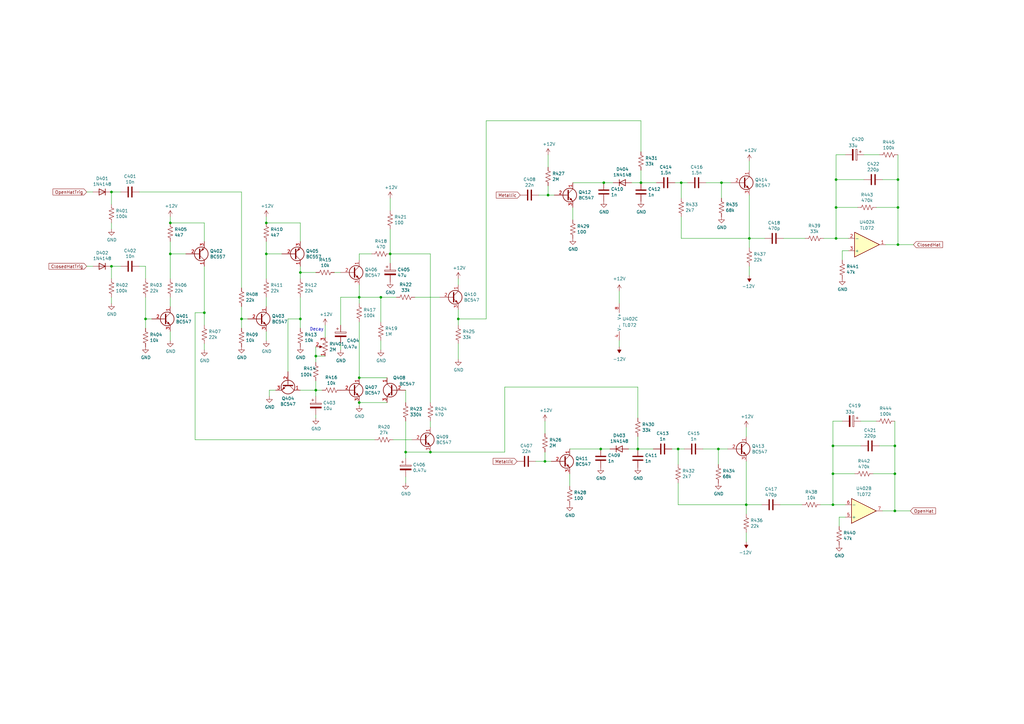
<source format=kicad_sch>
(kicad_sch (version 20230121) (generator eeschema)
  (paper "A3")
  (lib_symbols
    (symbol "Amplifier_Operational:TL072" (pin_names (offset 0.127))
      (property "Reference" "U" (at 0 5.08 0))
      (property "Value" "TL072" (at 0 -5.08 0))
      (symbol "TL072_1_1"
        (polyline (pts (xy -5.08 5.08) (xy 5.08 0) (xy -5.08 -5.08) (xy -5.08 5.08)) (stroke (width 0.254)) (fill (type background)))
        (pin output line (at 7.62 0 180) (length 2.54) (name "~") (number "1"))
        (pin input line (at -7.62 -2.54 0) (length 2.54) (name "-") (number "2"))
        (pin input line (at -7.62 2.54 0) (length 2.54) (name "+") (number "3"))
      )
      (symbol "TL072_2_1"
        (polyline (pts (xy -5.08 5.08) (xy 5.08 0) (xy -5.08 -5.08) (xy -5.08 5.08)) (stroke (width 0.254)) (fill (type background)))
        (pin input line (at -7.62 2.54 0) (length 2.54) (name "+") (number "5"))
        (pin input line (at -7.62 -2.54 0) (length 2.54) (name "-") (number "6"))
        (pin output line (at 7.62 0 180) (length 2.54) (name "~") (number "7"))
      )
      (symbol "TL072_3_1"
        (pin power_in line (at -2.54 -7.62 90) (length 3.81) (name "V-") (number "4"))
        (pin power_in line (at -2.54 7.62 270) (length 3.81) (name "V+") (number "8"))
      )
    )
    (symbol "Device:C" (pin_numbers hide) (pin_names (offset 0.254))
      (property "Reference" "C" (at 0.635 2.54 0))
      (property "Value" "C" (at 0.635 -2.54 0))
      (symbol "C_0_1"
        (polyline (pts (xy -2.032 -0.762) (xy 2.032 -0.762)) (stroke (width 0.508)))
        (polyline (pts (xy -2.032 0.762) (xy 2.032 0.762)) (stroke (width 0.508)))
      )
      (symbol "C_1_1"
        (pin passive line (at 0 3.81 270) (length 2.794) (name "~") (number "1"))
        (pin passive line (at 0 -3.81 90) (length 2.794) (name "~") (number "2"))
      )
    )
    (symbol "Device:R_US" (pin_numbers hide) (pin_names (offset 0))
      (property "Reference" "R" (at 2.54 0 90))
      (property "Value" "R_US" (at -2.54 0 90))
      (symbol "R_US_0_1"
        (polyline (pts (xy 0 -2.286) (xy 0 -2.54)))
        (polyline (pts (xy 0 2.286) (xy 0 2.54)))
        (polyline (pts (xy 0 -0.762) (xy 1.016 -1.143) (xy 0 -1.524) (xy -1.016 -1.905) (xy 0 -2.286)))
        (polyline (pts (xy 0 0.762) (xy 1.016 0.381) (xy 0 0) (xy -1.016 -0.381) (xy 0 -0.762)))
        (polyline (pts (xy 0 2.286) (xy 1.016 1.905) (xy 0 1.524) (xy -1.016 1.143) (xy 0 0.762)))
      )
      (symbol "R_US_1_1"
        (pin passive line (at 0 3.81 270) (length 1.27) (name "~") (number "1"))
        (pin passive line (at 0 -3.81 90) (length 1.27) (name "~") (number "2"))
      )
    )
    (symbol "Diode:1N4148" (pin_numbers hide) (pin_names hide)
      (property "Reference" "D" (at 0 2.54 0))
      (property "Value" "1N4148" (at 0 -2.54 0))
      (symbol "1N4148_0_1"
        (polyline (pts (xy -1.27 1.27) (xy -1.27 -1.27)) (stroke (width 0.254)))
        (polyline (pts (xy 1.27 0) (xy -1.27 0)))
        (polyline (pts (xy 1.27 1.27) (xy 1.27 -1.27) (xy -1.27 0) (xy 1.27 1.27)) (stroke (width 0.254)))
      )
      (symbol "1N4148_1_1"
        (pin passive line (at -3.81 0 0) (length 2.54) (name "K") (number "1"))
        (pin passive line (at 3.81 0 180) (length 2.54) (name "A") (number "2"))
      )
    )
    (symbol "ESP808-rescue:CP-Device" (pin_numbers hide) (pin_names (offset 0.254))
      (property "Reference" "C" (at 0.635 2.54 0))
      (property "Value" "Device_CP" (at 0.635 -2.54 0))
      (symbol "CP-Device_0_1"
        (rectangle (start -2.286 0.508) (end 2.286 1.016))
        (polyline (pts (xy -1.778 2.286) (xy -0.762 2.286)))
        (polyline (pts (xy -1.27 2.794) (xy -1.27 1.778)))
        (rectangle (start 2.286 -0.508) (end -2.286 -1.016) (fill (type outline)))
      )
      (symbol "CP-Device_1_1"
        (pin passive line (at 0 3.81 270) (length 2.794) (name "~") (number "1"))
        (pin passive line (at 0 -3.81 90) (length 2.794) (name "~") (number "2"))
      )
    )
    (symbol "ESP808-rescue:R_POT_US-Device" (pin_names (offset 1.016) hide)
      (property "Reference" "RV" (at -4.445 0 90))
      (property "Value" "Device_R_POT_US" (at -2.54 0 90))
      (symbol "R_POT_US-Device_0_1"
        (polyline (pts (xy 0 -2.286) (xy 0 -2.54)))
        (polyline (pts (xy 0 2.54) (xy 0 2.286)))
        (polyline (pts (xy 2.54 0) (xy 1.524 0)))
        (polyline (pts (xy 1.143 0) (xy 2.286 0.508) (xy 2.286 -0.508) (xy 1.143 0)) (fill (type outline)))
        (polyline (pts (xy 0 -0.762) (xy 1.016 -1.143) (xy 0 -1.524) (xy -1.016 -1.905) (xy 0 -2.286)))
        (polyline (pts (xy 0 0.762) (xy 1.016 0.381) (xy 0 0) (xy -1.016 -0.381) (xy 0 -0.762)))
        (polyline (pts (xy 0 2.286) (xy 1.016 1.905) (xy 0 1.524) (xy -1.016 1.143) (xy 0 0.762)))
      )
      (symbol "R_POT_US-Device_1_1"
        (pin passive line (at 0 3.81 270) (length 1.27) (name "1") (number "1"))
        (pin passive line (at 3.81 0 180) (length 1.27) (name "2") (number "2"))
        (pin passive line (at 0 -3.81 90) (length 1.27) (name "3") (number "3"))
      )
    )
    (symbol "PCM_4ms_Power-symbol:+12V" (power) (pin_names (offset 0))
      (property "Value" "+12V" (at 0 3.556 0))
      (symbol "+12V_0_1"
        (polyline (pts (xy -0.762 1.27) (xy 0 2.54)))
        (polyline (pts (xy 0 0) (xy 0 2.54)))
        (polyline (pts (xy 0 2.54) (xy 0.762 1.27)))
      )
      (symbol "+12V_1_1"
        (pin power_in line (at 0 0 90) (length 0) hide (name "+12V") (number "1"))
      )
    )
    (symbol "Transistor_BJT:BC547" (pin_names (offset 0) hide)
      (property "Reference" "Q" (at 5.08 1.905 0))
      (property "Value" "BC547" (at 5.08 0 0))
      (symbol "BC547_0_1"
        (polyline (pts (xy 0 0) (xy 0.635 0)))
        (polyline (pts (xy 0.635 0.635) (xy 2.54 2.54)))
        (polyline (pts (xy 0.635 -0.635) (xy 2.54 -2.54) (xy 2.54 -2.54)))
        (polyline (pts (xy 0.635 1.905) (xy 0.635 -1.905) (xy 0.635 -1.905)) (stroke (width 0.508)))
        (polyline (pts (xy 1.27 -1.778) (xy 1.778 -1.27) (xy 2.286 -2.286) (xy 1.27 -1.778) (xy 1.27 -1.778)) (fill (type outline)))
        (circle (center 1.27 0) (radius 2.8194) (stroke (width 0.254)))
      )
      (symbol "BC547_1_1"
        (pin passive line (at 2.54 5.08 270) (length 2.54) (name "C") (number "1"))
        (pin input line (at -5.08 0 0) (length 5.08) (name "B") (number "2"))
        (pin passive line (at 2.54 -5.08 90) (length 2.54) (name "E") (number "3"))
      )
    )
    (symbol "Transistor_BJT:BC557" (pin_names (offset 0) hide)
      (property "Reference" "Q" (at 5.08 1.905 0))
      (property "Value" "BC557" (at 5.08 0 0))
      (symbol "BC557_0_1"
        (polyline (pts (xy 0.635 0.635) (xy 2.54 2.54)))
        (polyline (pts (xy 0.635 -0.635) (xy 2.54 -2.54) (xy 2.54 -2.54)))
        (polyline (pts (xy 0.635 1.905) (xy 0.635 -1.905) (xy 0.635 -1.905)) (stroke (width 0.508)))
        (polyline (pts (xy 2.286 -1.778) (xy 1.778 -2.286) (xy 1.27 -1.27) (xy 2.286 -1.778) (xy 2.286 -1.778)) (fill (type outline)))
        (circle (center 1.27 0) (radius 2.8194) (stroke (width 0.254)))
      )
      (symbol "BC557_1_1"
        (pin passive line (at 2.54 5.08 270) (length 2.54) (name "C") (number "1"))
        (pin input line (at -5.08 0 0) (length 5.715) (name "B") (number "2"))
        (pin passive line (at 2.54 -5.08 90) (length 2.54) (name "E") (number "3"))
      )
    )
    (symbol "power:+12V" (power) (pin_names (offset 0))
      (property "Value" "+12V" (at 0 3.556 0))
      (symbol "+12V_0_1"
        (polyline (pts (xy -0.762 1.27) (xy 0 2.54)))
        (polyline (pts (xy 0 0) (xy 0 2.54)))
        (polyline (pts (xy 0 2.54) (xy 0.762 1.27)))
      )
      (symbol "+12V_1_1"
        (pin power_in line (at 0 0 90) (length 0) hide (name "+12V") (number "1"))
      )
    )
    (symbol "power:-12V" (power) (pin_names (offset 0))
      (property "Value" "-12V" (at 0 3.81 0))
      (symbol "-12V_0_0"
        (pin power_in line (at 0 0 90) (length 0) hide (name "-12V") (number "1"))
      )
      (symbol "-12V_0_1"
        (polyline (pts (xy 0 0) (xy 0 1.27) (xy 0.762 1.27) (xy 0 2.54) (xy -0.762 1.27) (xy 0 1.27)) (fill (type outline)))
      )
    )
    (symbol "power:GND" (power) (pin_names (offset 0))
      (property "Value" "GND" (at 0 -3.81 0))
      (symbol "GND_0_1"
        (polyline (pts (xy 0 0) (xy 0 -1.27) (xy 1.27 -1.27) (xy 0 -2.54) (xy -1.27 -1.27) (xy 0 -1.27)))
      )
      (symbol "GND_1_1"
        (pin power_in line (at 0 0 270) (length 0) hide (name "GND") (number "1"))
      )
    )
  )
  (junction (at 261.62 184.15))
  (junction (at 59.69 130.81))
  (junction (at 147.32 121.92))
  (junction (at 367.03 194.31))
  (junction (at 123.19 130.81))
  (junction (at 176.53 185.42))
  (junction (at 295.91 74.93))
  (junction (at 129.54 160.02))
  (junction (at 223.52 189.23))
  (junction (at 160.02 104.14))
  (junction (at 294.64 184.15))
  (junction (at 109.22 104.14))
  (junction (at 224.79 80.01))
  (junction (at 306.07 207.01))
  (junction (at 247.65 74.93))
  (junction (at 166.37 185.42))
  (junction (at 83.82 128.27))
  (junction (at 341.63 182.88))
  (junction (at 187.96 130.81))
  (junction (at 45.72 78.74))
  (junction (at 123.19 111.76))
  (junction (at 279.4 74.93))
  (junction (at 368.3 100.33))
  (junction (at 367.03 182.88))
  (junction (at 246.38 184.15))
  (junction (at 147.32 154.94))
  (junction (at 99.06 130.81))
  (junction (at 156.21 121.92))
  (junction (at 368.3 85.09))
  (junction (at 341.63 207.01))
  (junction (at 368.3 73.66))
  (junction (at 69.85 91.44))
  (junction (at 278.13 184.15))
  (junction (at 109.22 91.44))
  (junction (at 367.03 209.55))
  (junction (at 129.54 146.05))
  (junction (at 307.34 97.79))
  (junction (at 147.32 165.1))
  (junction (at 45.72 109.22))
  (junction (at 342.9 73.66))
  (junction (at 341.63 194.31))
  (junction (at 342.9 85.09))
  (junction (at 69.85 104.14))
  (junction (at 342.9 97.79))
  (junction (at 262.89 74.93))
  (wire (pts (xy 367.03 182.88) (xy 367.03 172.72)))
  (wire (pts (xy 45.72 109.22) (xy 49.53 109.22)))
  (wire (pts (xy 45.72 93.98) (xy 45.72 91.44)))
  (wire (pts (xy 187.96 130.81) (xy 199.39 130.81)))
  (wire (pts (xy 234.95 90.17) (xy 234.95 85.09)))
  (wire (pts (xy 261.62 158.75) (xy 261.62 171.45)))
  (wire (pts (xy 361.95 209.55) (xy 367.03 209.55)))
  (wire (pts (xy 367.03 194.31) (xy 367.03 182.88)))
  (wire (pts (xy 109.22 104.14) (xy 109.22 114.3)))
  (wire (pts (xy 129.54 148.59) (xy 129.54 146.05)))
  (wire (pts (xy 307.34 66.04) (xy 307.34 69.85)))
  (wire (pts (xy 262.89 69.85) (xy 262.89 74.93)))
  (wire (pts (xy 139.7 121.92) (xy 139.7 133.35)))
  (wire (pts (xy 307.34 109.22) (xy 307.34 113.03)))
  (wire (pts (xy 161.29 180.34) (xy 168.91 180.34)))
  (wire (pts (xy 351.79 85.09) (xy 342.9 85.09)))
  (wire (pts (xy 276.86 74.93) (xy 279.4 74.93)))
  (wire (pts (xy 220.98 80.01) (xy 224.79 80.01)))
  (wire (pts (xy 262.89 74.93) (xy 269.24 74.93)))
  (wire (pts (xy 278.13 190.5) (xy 278.13 184.15)))
  (wire (pts (xy 341.63 172.72) (xy 341.63 182.88)))
  (wire (pts (xy 278.13 198.12) (xy 278.13 207.01)))
  (wire (pts (xy 321.31 97.79) (xy 330.2 97.79)))
  (wire (pts (xy 109.22 139.7) (xy 109.22 135.89)))
  (wire (pts (xy 367.03 209.55) (xy 367.03 194.31)))
  (wire (pts (xy 298.45 184.15) (xy 294.64 184.15)))
  (wire (pts (xy 147.32 166.37) (xy 147.32 165.1)))
  (wire (pts (xy 306.07 218.44) (xy 306.07 222.25)))
  (wire (pts (xy 342.9 73.66) (xy 342.9 85.09)))
  (wire (pts (xy 115.57 104.14) (xy 109.22 104.14)))
  (wire (pts (xy 368.3 85.09) (xy 368.3 73.66)))
  (wire (pts (xy 123.19 121.92) (xy 123.19 130.81)))
  (wire (pts (xy 223.52 189.23) (xy 226.06 189.23)))
  (wire (pts (xy 247.65 74.93) (xy 251.46 74.93)))
  (wire (pts (xy 99.06 78.74) (xy 99.06 118.11)))
  (wire (pts (xy 295.91 74.93) (xy 289.56 74.93)))
  (wire (pts (xy 207.01 185.42) (xy 207.01 158.75)))
  (wire (pts (xy 363.22 100.33) (xy 368.3 100.33)))
  (wire (pts (xy 176.53 175.26) (xy 176.53 172.72)))
  (wire (pts (xy 341.63 194.31) (xy 341.63 207.01)))
  (wire (pts (xy 344.17 215.9) (xy 344.17 212.09)))
  (wire (pts (xy 57.15 78.74) (xy 99.06 78.74)))
  (wire (pts (xy 354.33 63.5) (xy 360.68 63.5)))
  (wire (pts (xy 207.01 158.75) (xy 261.62 158.75)))
  (wire (pts (xy 306.07 210.82) (xy 306.07 207.01)))
  (wire (pts (xy 259.08 74.93) (xy 262.89 74.93)))
  (wire (pts (xy 261.62 179.07) (xy 261.62 184.15)))
  (wire (pts (xy 307.34 101.6) (xy 307.34 97.79)))
  (wire (pts (xy 69.85 99.06) (xy 69.85 104.14)))
  (wire (pts (xy 158.75 165.1) (xy 147.32 165.1)))
  (wire (pts (xy 257.81 184.15) (xy 261.62 184.15)))
  (wire (pts (xy 306.07 175.26) (xy 306.07 179.07)))
  (wire (pts (xy 246.38 184.15) (xy 233.68 184.15)))
  (wire (pts (xy 313.69 97.79) (xy 307.34 97.79)))
  (wire (pts (xy 176.53 185.42) (xy 207.01 185.42)))
  (wire (pts (xy 170.18 121.92) (xy 180.34 121.92)))
  (wire (pts (xy 223.52 172.72) (xy 223.52 177.8)))
  (wire (pts (xy 312.42 207.01) (xy 306.07 207.01)))
  (wire (pts (xy 345.44 106.68) (xy 345.44 102.87)))
  (wire (pts (xy 69.85 121.92) (xy 69.85 125.73)))
  (wire (pts (xy 83.82 143.51) (xy 83.82 140.97)))
  (wire (pts (xy 368.3 73.66) (xy 368.3 63.5)))
  (wire (pts (xy 247.65 74.93) (xy 234.95 74.93)))
  (wire (pts (xy 123.19 91.44) (xy 123.19 99.06)))
  (wire (pts (xy 337.82 97.79) (xy 342.9 97.79)))
  (wire (pts (xy 123.19 130.81) (xy 123.19 134.62)))
  (wire (pts (xy 69.85 139.7) (xy 69.85 135.89)))
  (wire (pts (xy 224.79 76.2) (xy 224.79 80.01)))
  (wire (pts (xy 139.7 143.51) (xy 139.7 140.97)))
  (wire (pts (xy 278.13 184.15) (xy 280.67 184.15)))
  (wire (pts (xy 254 139.7) (xy 254 142.24)))
  (wire (pts (xy 320.04 207.01) (xy 328.93 207.01)))
  (wire (pts (xy 129.54 156.21) (xy 129.54 160.02)))
  (wire (pts (xy 69.85 91.44) (xy 83.82 91.44)))
  (wire (pts (xy 137.16 111.76) (xy 139.7 111.76)))
  (wire (pts (xy 306.07 207.01) (xy 306.07 189.23)))
  (wire (pts (xy 342.9 85.09) (xy 342.9 97.79)))
  (wire (pts (xy 129.54 171.45) (xy 129.54 170.18)))
  (wire (pts (xy 129.54 160.02) (xy 132.08 160.02)))
  (wire (pts (xy 275.59 184.15) (xy 278.13 184.15)))
  (wire (pts (xy 110.49 162.56) (xy 110.49 160.02)))
  (wire (pts (xy 83.82 91.44) (xy 83.82 99.06)))
  (wire (pts (xy 299.72 74.93) (xy 295.91 74.93)))
  (wire (pts (xy 279.4 74.93) (xy 281.94 74.93)))
  (wire (pts (xy 110.49 160.02) (xy 113.03 160.02)))
  (wire (pts (xy 147.32 104.14) (xy 147.32 106.68)))
  (wire (pts (xy 45.72 124.46) (xy 45.72 121.92)))
  (wire (pts (xy 83.82 133.35) (xy 83.82 128.27)))
  (wire (pts (xy 261.62 184.15) (xy 267.97 184.15)))
  (wire (pts (xy 59.69 130.81) (xy 59.69 121.92)))
  (wire (pts (xy 295.91 81.28) (xy 295.91 74.93)))
  (wire (pts (xy 350.52 194.31) (xy 341.63 194.31)))
  (wire (pts (xy 345.44 102.87) (xy 347.98 102.87)))
  (wire (pts (xy 187.96 127) (xy 187.96 130.81)))
  (wire (pts (xy 69.85 104.14) (xy 69.85 114.3)))
  (wire (pts (xy 307.34 97.79) (xy 307.34 80.01)))
  (wire (pts (xy 83.82 128.27) (xy 83.82 109.22)))
  (wire (pts (xy 262.89 49.53) (xy 262.89 62.23)))
  (wire (pts (xy 166.37 160.02) (xy 166.37 165.1)))
  (wire (pts (xy 368.3 100.33) (xy 368.3 85.09)))
  (wire (pts (xy 374.65 100.33) (xy 368.3 100.33)))
  (wire (pts (xy 80.01 128.27) (xy 83.82 128.27)))
  (wire (pts (xy 341.63 207.01) (xy 346.71 207.01)))
  (wire (pts (xy 153.67 180.34) (xy 80.01 180.34)))
  (wire (pts (xy 346.71 63.5) (xy 342.9 63.5)))
  (wire (pts (xy 156.21 143.51) (xy 156.21 139.7)))
  (wire (pts (xy 361.95 73.66) (xy 368.3 73.66)))
  (wire (pts (xy 123.19 111.76) (xy 123.19 114.3)))
  (wire (pts (xy 224.79 80.01) (xy 227.33 80.01)))
  (wire (pts (xy 123.19 160.02) (xy 129.54 160.02)))
  (wire (pts (xy 147.32 121.92) (xy 147.32 116.84)))
  (wire (pts (xy 166.37 198.12) (xy 166.37 195.58)))
  (wire (pts (xy 354.33 73.66) (xy 342.9 73.66)))
  (wire (pts (xy 279.4 97.79) (xy 307.34 97.79)))
  (wire (pts (xy 246.38 184.15) (xy 250.19 184.15)))
  (wire (pts (xy 344.17 212.09) (xy 346.71 212.09)))
  (wire (pts (xy 254 119.38) (xy 254 124.46)))
  (wire (pts (xy 223.52 185.42) (xy 223.52 189.23)))
  (wire (pts (xy 99.06 130.81) (xy 99.06 125.73)))
  (wire (pts (xy 123.19 109.22) (xy 123.19 111.76)))
  (wire (pts (xy 199.39 49.53) (xy 262.89 49.53)))
  (wire (pts (xy 360.68 182.88) (xy 367.03 182.88)))
  (wire (pts (xy 59.69 134.62) (xy 59.69 130.81)))
  (wire (pts (xy 45.72 114.3) (xy 45.72 109.22)))
  (wire (pts (xy 336.55 207.01) (xy 341.63 207.01)))
  (wire (pts (xy 342.9 97.79) (xy 347.98 97.79)))
  (wire (pts (xy 129.54 142.24) (xy 129.54 146.05)))
  (wire (pts (xy 233.68 199.39) (xy 233.68 194.31)))
  (wire (pts (xy 187.96 147.32) (xy 187.96 140.97)))
  (wire (pts (xy 147.32 154.94) (xy 147.32 132.08)))
  (wire (pts (xy 279.4 88.9) (xy 279.4 97.79)))
  (wire (pts (xy 129.54 162.56) (xy 129.54 160.02)))
  (wire (pts (xy 147.32 154.94) (xy 158.75 154.94)))
  (wire (pts (xy 152.4 104.14) (xy 147.32 104.14)))
  (wire (pts (xy 162.56 121.92) (xy 156.21 121.92)))
  (wire (pts (xy 160.02 104.14) (xy 176.53 104.14)))
  (wire (pts (xy 160.02 104.14) (xy 160.02 93.98)))
  (wire (pts (xy 38.1 78.74) (xy 35.56 78.74)))
  (wire (pts (xy 353.06 172.72) (xy 359.41 172.72)))
  (wire (pts (xy 147.32 124.46) (xy 147.32 121.92)))
  (wire (pts (xy 156.21 121.92) (xy 156.21 132.08)))
  (wire (pts (xy 219.71 189.23) (xy 223.52 189.23)))
  (wire (pts (xy 109.22 88.9) (xy 109.22 91.44)))
  (wire (pts (xy 224.79 63.5) (xy 224.79 68.58)))
  (wire (pts (xy 187.96 114.3) (xy 187.96 116.84)))
  (wire (pts (xy 76.2 104.14) (xy 69.85 104.14)))
  (wire (pts (xy 358.14 194.31) (xy 367.03 194.31)))
  (wire (pts (xy 62.23 130.81) (xy 59.69 130.81)))
  (wire (pts (xy 69.85 88.9) (xy 69.85 91.44)))
  (wire (pts (xy 101.6 130.81) (xy 99.06 130.81)))
  (wire (pts (xy 353.06 182.88) (xy 341.63 182.88)))
  (wire (pts (xy 80.01 180.34) (xy 80.01 128.27)))
  (wire (pts (xy 359.41 85.09) (xy 368.3 85.09)))
  (wire (pts (xy 147.32 121.92) (xy 156.21 121.92)))
  (wire (pts (xy 341.63 182.88) (xy 341.63 194.31)))
  (wire (pts (xy 45.72 83.82) (xy 45.72 78.74)))
  (wire (pts (xy 133.35 146.05) (xy 129.54 146.05)))
  (wire (pts (xy 109.22 91.44) (xy 123.19 91.44)))
  (wire (pts (xy 57.15 109.22) (xy 59.69 109.22)))
  (wire (pts (xy 166.37 172.72) (xy 166.37 185.42)))
  (wire (pts (xy 342.9 63.5) (xy 342.9 73.66)))
  (wire (pts (xy 160.02 81.28) (xy 160.02 86.36)))
  (wire (pts (xy 294.64 190.5) (xy 294.64 184.15)))
  (wire (pts (xy 118.11 130.81) (xy 123.19 130.81)))
  (wire (pts (xy 199.39 49.53) (xy 199.39 130.81)))
  (wire (pts (xy 278.13 207.01) (xy 306.07 207.01)))
  (wire (pts (xy 45.72 78.74) (xy 49.53 78.74)))
  (wire (pts (xy 373.38 209.55) (xy 367.03 209.55)))
  (wire (pts (xy 109.22 121.92) (xy 109.22 125.73)))
  (wire (pts (xy 99.06 134.62) (xy 99.06 130.81)))
  (wire (pts (xy 294.64 184.15) (xy 288.29 184.15)))
  (wire (pts (xy 166.37 187.96) (xy 166.37 185.42)))
  (wire (pts (xy 187.96 130.81) (xy 187.96 133.35)))
  (wire (pts (xy 139.7 121.92) (xy 147.32 121.92)))
  (wire (pts (xy 133.35 133.35) (xy 133.35 138.43)))
  (wire (pts (xy 59.69 109.22) (xy 59.69 114.3)))
  (wire (pts (xy 160.02 107.95) (xy 160.02 104.14)))
  (wire (pts (xy 118.11 152.4) (xy 118.11 130.81)))
  (wire (pts (xy 176.53 165.1) (xy 176.53 104.14)))
  (wire (pts (xy 38.1 109.22) (xy 35.56 109.22)))
  (wire (pts (xy 109.22 99.06) (xy 109.22 104.14)))
  (wire (pts (xy 129.54 111.76) (xy 123.19 111.76)))
  (wire (pts (xy 166.37 185.42) (xy 176.53 185.42)))
  (wire (pts (xy 345.44 172.72) (xy 341.63 172.72)))
  (wire (pts (xy 279.4 81.28) (xy 279.4 74.93)))
  (text "Decay" (at 127 135.89 0) (effects (font (size 1.27 1.27)) (justify left bottom)))
  (global_label "OpenHat" (shape input) (at 373.38 209.55 0) (property "Intersheetrefs" "${INTERSHEET_REFS}" (effects hide)))
  (global_label "OpenHatTrig" (shape input) (at 35.56 78.74 180) (property "Intersheetrefs" "${INTERSHEET_REFS}" (effects hide)))
  (global_label "Metallic" (shape input) (at 213.36 80.01 180) (property "Intersheetrefs" "${INTERSHEET_REFS}" (effects hide)))
  (global_label "Metallic" (shape input) (at 212.09 189.23 180) (property "Intersheetrefs" "${INTERSHEET_REFS}" (effects hide)))
  (global_label "ClosedHat" (shape input) (at 374.65 100.33 0) (property "Intersheetrefs" "${INTERSHEET_REFS}" (effects hide)))
  (global_label "ClosedHatTrig" (shape input) (at 35.56 109.22 180) (property "Intersheetrefs" "${INTERSHEET_REFS}" (effects hide)))
  (symbol (lib_id "Transistor_BJT:BC547") (at 232.41 80.01 0) (unit 1)
    (property "Reference" "Q412" (at 237.2614 78.8416 0) (effects (justify left)))
    (property "Value" "BC547" (at 237.2614 81.153 0) (effects (justify left)))
    (property "Footprint" "Package_TO_SOT_THT:TO-92L_HandSolder" (effects hide))
    (property "Datasheet" "https://www.onsemi.com/pub/Collateral/BC550-D.pdf" (effects hide))
  )
  (symbol (lib_id "Device:C") (at 217.17 80.01 270) (unit 1)
    (property "Reference" "C408" (at 217.17 73.6092 90))
    (property "Value" "22n" (at 217.17 75.9206 90))
    (property "Footprint" "Capacitor_THT:C_Disc_D4.7mm_W2.5mm_P5.00mm" (effects hide))
  )
  (symbol (lib_id "Device:C") (at 247.65 78.74 180) (unit 1)
    (property "Reference" "C410" (at 250.571 77.5716 0) (effects (justify right)))
    (property "Value" "1n" (at 250.571 79.883 0) (effects (justify right)))
    (property "Footprint" "Capacitor_THT:C_Disc_D4.7mm_W2.5mm_P5.00mm" (effects hide))
  )
  (symbol (lib_id "Device:C") (at 262.89 78.74 180) (unit 1)
    (property "Reference" "C412" (at 265.811 77.5716 0) (effects (justify right)))
    (property "Value" "1n" (at 265.811 79.883 0) (effects (justify right)))
    (property "Footprint" "Capacitor_THT:C_Disc_D4.7mm_W2.5mm_P5.00mm" (effects hide))
  )
  (symbol (lib_id "Device:C") (at 273.05 74.93 90) (unit 1)
    (property "Reference" "C414" (at 273.05 68.5292 90))
    (property "Value" "1.5n" (at 273.05 70.8406 90))
    (property "Footprint" "Capacitor_THT:C_Disc_D4.7mm_W2.5mm_P5.00mm" (effects hide))
  )
  (symbol (lib_id "Device:C") (at 285.75 74.93 90) (unit 1)
    (property "Reference" "C416" (at 285.75 68.5292 90))
    (property "Value" "1.5n" (at 285.75 70.8406 90))
    (property "Footprint" "Capacitor_THT:C_Disc_D4.7mm_W2.5mm_P5.00mm" (effects hide))
  )
  (symbol (lib_id "Diode:1N4148") (at 255.27 74.93 0) (unit 1)
    (property "Reference" "D404" (at 255.27 69.4182 0))
    (property "Value" "1N4148" (at 255.27 71.7296 0))
    (property "Footprint" "Diode_THT:D_DO-35_SOD27_P7.62mm_Horizontal" (effects hide))
    (property "Datasheet" "https://assets.nexperia.com/documents/data-sheet/1N4148_1N4448.pdf" (effects hide))
  )
  (symbol (lib_id "power:GND") (at 247.65 82.55 0) (unit 1)
    (property "Reference" "#PWR0107" (effects hide))
    (property "Value" "GND" (at 247.777 86.9442 0))
  )
  (symbol (lib_id "power:GND") (at 262.89 82.55 0) (unit 1)
    (property "Reference" "#PWR0101" (effects hide))
    (property "Value" "GND" (at 263.017 86.9442 0))
  )
  (symbol (lib_id "Device:R_US") (at 234.95 93.98 0) (unit 1)
    (property "Reference" "R429" (at 236.6772 92.8116 0) (effects (justify left)))
    (property "Value" "100" (at 236.6772 95.123 0) (effects (justify left)))
    (property "Footprint" "PCM_Resistor_THT_AKL:R_Axial_DIN0207_L6.3mm_D2.5mm_P7.62mm_Horizontal" (effects hide))
  )
  (symbol (lib_id "Device:R_US") (at 262.89 66.04 0) (unit 1)
    (property "Reference" "R431" (at 264.6172 64.8716 0) (effects (justify left)))
    (property "Value" "33k" (at 264.6172 67.183 0) (effects (justify left)))
    (property "Footprint" "PCM_Resistor_THT_AKL:R_Axial_DIN0207_L6.3mm_D2.5mm_P7.62mm_Horizontal" (effects hide))
  )
  (symbol (lib_id "Device:R_US") (at 279.4 85.09 0) (unit 1)
    (property "Reference" "R433" (at 281.1272 83.9216 0) (effects (justify left)))
    (property "Value" "2k7" (at 281.1272 86.233 0) (effects (justify left)))
    (property "Footprint" "PCM_Resistor_THT_AKL:R_Axial_DIN0207_L6.3mm_D2.5mm_P7.62mm_Horizontal" (effects hide))
  )
  (symbol (lib_id "Device:R_US") (at 295.91 85.09 0) (unit 1)
    (property "Reference" "R435" (at 297.6372 83.9216 0) (effects (justify left)))
    (property "Value" "68k" (at 297.6372 86.233 0) (effects (justify left)))
    (property "Footprint" "PCM_Resistor_THT_AKL:R_Axial_DIN0207_L6.3mm_D2.5mm_P7.62mm_Horizontal" (effects hide))
  )
  (symbol (lib_id "Transistor_BJT:BC547") (at 304.8 74.93 0) (unit 1)
    (property "Reference" "Q414" (at 309.6514 73.7616 0) (effects (justify left)))
    (property "Value" "BC547" (at 309.6514 76.073 0) (effects (justify left)))
    (property "Footprint" "Package_TO_SOT_THT:TO-92L_HandSolder" (effects hide))
    (property "Datasheet" "https://www.onsemi.com/pub/Collateral/BC550-D.pdf" (effects hide))
  )
  (symbol (lib_id "power:GND") (at 234.95 97.79 0) (unit 1)
    (property "Reference" "#PWR0106" (effects hide))
    (property "Value" "GND" (at 235.077 102.1842 0))
  )
  (symbol (lib_id "Device:R_US") (at 224.79 72.39 0) (unit 1)
    (property "Reference" "R427" (at 226.5172 71.2216 0) (effects (justify left)))
    (property "Value" "2M" (at 226.5172 73.533 0) (effects (justify left)))
    (property "Footprint" "PCM_Resistor_THT_AKL:R_Axial_DIN0207_L6.3mm_D2.5mm_P7.62mm_Horizontal" (effects hide))
  )
  (symbol (lib_id "power:+12V") (at 224.79 63.5 0) (unit 1)
    (property "Reference" "#PWR0104" (effects hide))
    (property "Value" "+12V" (at 225.171 59.1058 0))
  )
  (symbol (lib_id "power:GND") (at 295.91 88.9 0) (unit 1)
    (property "Reference" "#PWR0102" (effects hide))
    (property "Value" "GND" (at 296.037 93.2942 0))
  )
  (symbol (lib_id "Device:R_US") (at 307.34 105.41 0) (unit 1)
    (property "Reference" "R437" (at 309.0672 104.2416 0) (effects (justify left)))
    (property "Value" "22k" (at 309.0672 106.553 0) (effects (justify left)))
    (property "Footprint" "PCM_Resistor_THT_AKL:R_Axial_DIN0207_L6.3mm_D2.5mm_P7.62mm_Horizontal" (effects hide))
  )
  (symbol (lib_id "power:-12V") (at 307.34 113.03 180) (unit 1)
    (property "Reference" "#PWR0103" (effects hide))
    (property "Value" "-12V" (at 306.959 117.4242 0))
  )
  (symbol (lib_id "power:+12V") (at 307.34 66.04 0) (unit 1)
    (property "Reference" "#PWR0105" (effects hide))
    (property "Value" "+12V" (at 307.721 61.6458 0))
  )
  (symbol (lib_id "Device:C") (at 317.5 97.79 90) (unit 1)
    (property "Reference" "C418" (at 317.5 91.3892 90))
    (property "Value" "470p" (at 317.5 93.7006 90))
    (property "Footprint" "Capacitor_THT:C_Disc_D4.7mm_W2.5mm_P5.00mm" (effects hide))
  )
  (symbol (lib_id "Device:R_US") (at 334.01 97.79 270) (unit 1)
    (property "Reference" "R439" (at 334.01 92.583 90))
    (property "Value" "33k" (at 334.01 94.8944 90))
    (property "Footprint" "PCM_Resistor_THT_AKL:R_Axial_DIN0207_L6.3mm_D2.5mm_P7.62mm_Horizontal" (effects hide))
  )
  (symbol (lib_id "Device:R_US") (at 355.6 85.09 270) (unit 1)
    (property "Reference" "R443" (at 355.6 79.883 90))
    (property "Value" "470k" (at 355.6 82.1944 90))
    (property "Footprint" "PCM_Resistor_THT_AKL:R_Axial_DIN0207_L6.3mm_D2.5mm_P7.62mm_Horizontal" (effects hide))
  )
  (symbol (lib_id "Device:R_US") (at 364.49 63.5 270) (unit 1)
    (property "Reference" "R445" (at 364.49 58.293 90))
    (property "Value" "100k" (at 364.49 60.6044 90))
    (property "Footprint" "PCM_Resistor_THT_AKL:R_Axial_DIN0207_L6.3mm_D2.5mm_P7.62mm_Horizontal" (effects hide))
  )
  (symbol (lib_id "ESP808-rescue:CP-Device") (at 350.52 63.5 270) (unit 1)
    (property "Reference" "C420" (at 349.25 57.15 90) (effects (justify left)))
    (property "Value" "33u" (at 347.98 59.69 90) (effects (justify left)))
    (property "Footprint" "Capacitor_THT:CP_Radial_D6.3mm_P2.50mm" (effects hide))
  )
  (symbol (lib_id "Device:C") (at 358.14 73.66 90) (unit 1)
    (property "Reference" "C422" (at 358.14 67.2592 90))
    (property "Value" "220p" (at 358.14 69.5706 90))
    (property "Footprint" "Capacitor_THT:C_Disc_D4.7mm_W2.5mm_P5.00mm" (effects hide))
  )
  (symbol (lib_id "Device:R_US") (at 345.44 110.49 180) (unit 1)
    (property "Reference" "R441" (at 347.1672 109.3216 0) (effects (justify right)))
    (property "Value" "47k" (at 347.1672 111.633 0) (effects (justify right)))
    (property "Footprint" "PCM_Resistor_THT_AKL:R_Axial_DIN0207_L6.3mm_D2.5mm_P7.62mm_Horizontal" (effects hide))
  )
  (symbol (lib_id "power:GND") (at 345.44 114.3 0) (unit 1)
    (property "Reference" "#PWR0108" (effects hide))
    (property "Value" "GND" (at 345.567 118.6942 0))
  )
  (symbol (lib_id "Transistor_BJT:BC547") (at 231.14 189.23 0) (unit 1)
    (property "Reference" "Q411" (at 235.9914 188.0616 0) (effects (justify left)))
    (property "Value" "BC547" (at 235.9914 190.373 0) (effects (justify left)))
    (property "Footprint" "Package_TO_SOT_THT:TO-92L_HandSolder" (effects hide))
    (property "Datasheet" "https://www.onsemi.com/pub/Collateral/BC550-D.pdf" (effects hide))
  )
  (symbol (lib_id "Device:C") (at 215.9 189.23 270) (unit 1)
    (property "Reference" "C407" (at 215.9 182.8292 90))
    (property "Value" "22n" (at 215.9 185.1406 90))
    (property "Footprint" "Capacitor_THT:C_Disc_D4.7mm_W2.5mm_P5.00mm" (effects hide))
  )
  (symbol (lib_id "Device:C") (at 246.38 187.96 180) (unit 1)
    (property "Reference" "C409" (at 249.301 186.7916 0) (effects (justify right)))
    (property "Value" "1n" (at 249.301 189.103 0) (effects (justify right)))
    (property "Footprint" "Capacitor_THT:C_Disc_D4.7mm_W2.5mm_P5.00mm" (effects hide))
  )
  (symbol (lib_id "Device:C") (at 261.62 187.96 180) (unit 1)
    (property "Reference" "C411" (at 264.541 186.7916 0) (effects (justify right)))
    (property "Value" "1n" (at 264.541 189.103 0) (effects (justify right)))
    (property "Footprint" "Capacitor_THT:C_Disc_D4.7mm_W2.5mm_P5.00mm" (effects hide))
  )
  (symbol (lib_id "Device:C") (at 271.78 184.15 90) (unit 1)
    (property "Reference" "C413" (at 271.78 177.7492 90))
    (property "Value" "1n" (at 271.78 180.0606 90))
    (property "Footprint" "Capacitor_THT:C_Disc_D4.7mm_W2.5mm_P5.00mm" (effects hide))
  )
  (symbol (lib_id "Device:C") (at 284.48 184.15 90) (unit 1)
    (property "Reference" "C415" (at 284.48 177.7492 90))
    (property "Value" "1n" (at 284.48 180.0606 90))
    (property "Footprint" "Capacitor_THT:C_Disc_D4.7mm_W2.5mm_P5.00mm" (effects hide))
  )
  (symbol (lib_id "Diode:1N4148") (at 254 184.15 0) (unit 1)
    (property "Reference" "D403" (at 254 178.6382 0))
    (property "Value" "1N4148" (at 254 180.9496 0))
    (property "Footprint" "Diode_THT:D_DO-35_SOD27_P7.62mm_Horizontal" (effects hide))
    (property "Datasheet" "https://assets.nexperia.com/documents/data-sheet/1N4148_1N4448.pdf" (effects hide))
  )
  (symbol (lib_id "power:GND") (at 246.38 191.77 0) (unit 1)
    (property "Reference" "#PWR0110" (effects hide))
    (property "Value" "GND" (at 246.507 196.1642 0))
  )
  (symbol (lib_id "power:GND") (at 261.62 191.77 0) (unit 1)
    (property "Reference" "#PWR0112" (effects hide))
    (property "Value" "GND" (at 261.747 196.1642 0))
  )
  (symbol (lib_id "Device:R_US") (at 233.68 203.2 0) (unit 1)
    (property "Reference" "R428" (at 235.4072 202.0316 0) (effects (justify left)))
    (property "Value" "100" (at 235.4072 204.343 0) (effects (justify left)))
    (property "Footprint" "PCM_Resistor_THT_AKL:R_Axial_DIN0207_L6.3mm_D2.5mm_P7.62mm_Horizontal" (effects hide))
  )
  (symbol (lib_id "Device:R_US") (at 261.62 175.26 0) (unit 1)
    (property "Reference" "R430" (at 263.3472 174.0916 0) (effects (justify left)))
    (property "Value" "33k" (at 263.3472 176.403 0) (effects (justify left)))
    (property "Footprint" "PCM_Resistor_THT_AKL:R_Axial_DIN0207_L6.3mm_D2.5mm_P7.62mm_Horizontal" (effects hide))
  )
  (symbol (lib_id "Device:R_US") (at 278.13 194.31 0) (unit 1)
    (property "Reference" "R432" (at 279.8572 193.1416 0) (effects (justify left)))
    (property "Value" "2k7" (at 279.8572 195.453 0) (effects (justify left)))
    (property "Footprint" "PCM_Resistor_THT_AKL:R_Axial_DIN0207_L6.3mm_D2.5mm_P7.62mm_Horizontal" (effects hide))
  )
  (symbol (lib_id "Device:R_US") (at 294.64 194.31 0) (unit 1)
    (property "Reference" "R434" (at 296.3672 193.1416 0) (effects (justify left)))
    (property "Value" "68k" (at 296.3672 195.453 0) (effects (justify left)))
    (property "Footprint" "PCM_Resistor_THT_AKL:R_Axial_DIN0207_L6.3mm_D2.5mm_P7.62mm_Horizontal" (effects hide))
  )
  (symbol (lib_id "Transistor_BJT:BC547") (at 303.53 184.15 0) (unit 1)
    (property "Reference" "Q413" (at 308.3814 182.9816 0) (effects (justify left)))
    (property "Value" "BC547" (at 308.3814 185.293 0) (effects (justify left)))
    (property "Footprint" "Package_TO_SOT_THT:TO-92L_HandSolder" (effects hide))
    (property "Datasheet" "https://www.onsemi.com/pub/Collateral/BC550-D.pdf" (effects hide))
  )
  (symbol (lib_id "power:GND") (at 233.68 207.01 0) (unit 1)
    (property "Reference" "#PWR0111" (effects hide))
    (property "Value" "GND" (at 233.807 211.4042 0))
  )
  (symbol (lib_id "Device:R_US") (at 223.52 181.61 0) (unit 1)
    (property "Reference" "R426" (at 225.2472 180.4416 0) (effects (justify left)))
    (property "Value" "2M" (at 225.2472 182.753 0) (effects (justify left)))
    (property "Footprint" "PCM_Resistor_THT_AKL:R_Axial_DIN0207_L6.3mm_D2.5mm_P7.62mm_Horizontal" (effects hide))
  )
  (symbol (lib_id "power:+12V") (at 223.52 172.72 0) (unit 1)
    (property "Reference" "#PWR0113" (effects hide))
    (property "Value" "+12V" (at 223.901 168.3258 0))
  )
  (symbol (lib_id "power:GND") (at 294.64 198.12 0) (unit 1)
    (property "Reference" "#PWR0116" (effects hide))
    (property "Value" "GND" (at 294.767 202.5142 0))
  )
  (symbol (lib_id "Device:R_US") (at 306.07 214.63 0) (unit 1)
    (property "Reference" "R436" (at 307.7972 213.4616 0) (effects (justify left)))
    (property "Value" "22k" (at 307.7972 215.773 0) (effects (justify left)))
    (property "Footprint" "PCM_Resistor_THT_AKL:R_Axial_DIN0207_L6.3mm_D2.5mm_P7.62mm_Horizontal" (effects hide))
  )
  (symbol (lib_id "power:-12V") (at 306.07 222.25 180) (unit 1)
    (property "Reference" "#PWR0114" (effects hide))
    (property "Value" "-12V" (at 305.689 226.6442 0))
  )
  (symbol (lib_id "power:+12V") (at 306.07 175.26 0) (unit 1)
    (property "Reference" "#PWR0115" (effects hide))
    (property "Value" "+12V" (at 306.451 170.8658 0))
  )
  (symbol (lib_id "Device:C") (at 316.23 207.01 90) (unit 1)
    (property "Reference" "C417" (at 316.23 200.6092 90))
    (property "Value" "470p" (at 316.23 202.9206 90))
    (property "Footprint" "Capacitor_THT:C_Disc_D4.7mm_W2.5mm_P5.00mm" (effects hide))
  )
  (symbol (lib_id "Device:R_US") (at 332.74 207.01 270) (unit 1)
    (property "Reference" "R438" (at 332.74 201.803 90))
    (property "Value" "10k" (at 332.74 204.1144 90))
    (property "Footprint" "PCM_Resistor_THT_AKL:R_Axial_DIN0207_L6.3mm_D2.5mm_P7.62mm_Horizontal" (effects hide))
  )
  (symbol (lib_id "Device:R_US") (at 354.33 194.31 270) (unit 1)
    (property "Reference" "R442" (at 354.33 189.103 90))
    (property "Value" "470k" (at 354.33 191.4144 90))
    (property "Footprint" "PCM_Resistor_THT_AKL:R_Axial_DIN0207_L6.3mm_D2.5mm_P7.62mm_Horizontal" (effects hide))
  )
  (symbol (lib_id "Device:R_US") (at 363.22 172.72 270) (unit 1)
    (property "Reference" "R444" (at 363.22 167.513 90))
    (property "Value" "100k" (at 363.22 169.8244 90))
    (property "Footprint" "PCM_Resistor_THT_AKL:R_Axial_DIN0207_L6.3mm_D2.5mm_P7.62mm_Horizontal" (effects hide))
  )
  (symbol (lib_id "ESP808-rescue:CP-Device") (at 349.25 172.72 270) (unit 1)
    (property "Reference" "C419" (at 347.98 166.37 90) (effects (justify left)))
    (property "Value" "33u" (at 346.71 168.91 90) (effects (justify left)))
    (property "Footprint" "Capacitor_THT:CP_Radial_D6.3mm_P2.50mm" (effects hide))
  )
  (symbol (lib_id "Device:C") (at 356.87 182.88 90) (unit 1)
    (property "Reference" "C421" (at 356.87 176.4792 90))
    (property "Value" "220p" (at 356.87 178.7906 90))
    (property "Footprint" "Capacitor_THT:C_Disc_D4.7mm_W2.5mm_P5.00mm" (effects hide))
  )
  (symbol (lib_id "Device:R_US") (at 344.17 219.71 180) (unit 1)
    (property "Reference" "R440" (at 345.8972 218.5416 0) (effects (justify right)))
    (property "Value" "47k" (at 345.8972 220.853 0) (effects (justify right)))
    (property "Footprint" "PCM_Resistor_THT_AKL:R_Axial_DIN0207_L6.3mm_D2.5mm_P7.62mm_Horizontal" (effects hide))
  )
  (symbol (lib_id "power:GND") (at 344.17 223.52 0) (unit 1)
    (property "Reference" "#PWR0109" (effects hide))
    (property "Value" "GND" (at 344.297 227.9142 0))
  )
  (symbol (lib_id "Diode:1N4148") (at 41.91 78.74 180) (unit 1)
    (property "Reference" "D401" (at 41.91 73.2282 0))
    (property "Value" "1N4148" (at 41.91 75.5396 0))
    (property "Footprint" "Diode_THT:D_DO-35_SOD27_P7.62mm_Horizontal" (effects hide))
    (property "Datasheet" "https://assets.nexperia.com/documents/data-sheet/1N4148_1N4448.pdf" (effects hide))
  )
  (symbol (lib_id "Device:C") (at 53.34 78.74 270) (unit 1)
    (property "Reference" "C401" (at 53.34 72.3392 90))
    (property "Value" "10n" (at 53.34 74.6506 90))
    (property "Footprint" "Capacitor_THT:C_Disc_D4.7mm_W2.5mm_P5.00mm" (effects hide))
  )
  (symbol (lib_id "Device:R_US") (at 45.72 87.63 0) (unit 1)
    (property "Reference" "R401" (at 47.4472 86.4616 0) (effects (justify left)))
    (property "Value" "100k" (at 47.4472 88.773 0) (effects (justify left)))
    (property "Footprint" "PCM_Resistor_THT_AKL:R_Axial_DIN0207_L6.3mm_D2.5mm_P7.62mm_Horizontal" (effects hide))
  )
  (symbol (lib_id "power:GND") (at 45.72 93.98 0) (unit 1)
    (property "Reference" "#PWR0127" (effects hide))
    (property "Value" "GND" (at 45.847 98.3742 0))
  )
  (symbol (lib_id "Diode:1N4148") (at 41.91 109.22 180) (unit 1)
    (property "Reference" "D402" (at 41.91 103.7082 0))
    (property "Value" "1N4148" (at 41.91 106.0196 0))
    (property "Footprint" "Diode_THT:D_DO-35_SOD27_P7.62mm_Horizontal" (effects hide))
    (property "Datasheet" "https://assets.nexperia.com/documents/data-sheet/1N4148_1N4448.pdf" (effects hide))
  )
  (symbol (lib_id "Device:C") (at 53.34 109.22 270) (unit 1)
    (property "Reference" "C402" (at 53.34 102.8192 90))
    (property "Value" "10n" (at 53.34 105.1306 90))
    (property "Footprint" "Capacitor_THT:C_Disc_D4.7mm_W2.5mm_P5.00mm" (effects hide))
  )
  (symbol (lib_id "Device:R_US") (at 45.72 118.11 0) (unit 1)
    (property "Reference" "R402" (at 47.4472 116.9416 0) (effects (justify left)))
    (property "Value" "100k" (at 47.4472 119.253 0) (effects (justify left)))
    (property "Footprint" "PCM_Resistor_THT_AKL:R_Axial_DIN0207_L6.3mm_D2.5mm_P7.62mm_Horizontal" (effects hide))
  )
  (symbol (lib_id "power:GND") (at 45.72 124.46 0) (unit 1)
    (property "Reference" "#PWR0126" (effects hide))
    (property "Value" "GND" (at 45.847 128.8542 0))
  )
  (symbol (lib_id "Transistor_BJT:BC547") (at 67.31 130.81 0) (unit 1)
    (property "Reference" "Q401" (at 72.1614 129.6416 0) (effects (justify left)))
    (property "Value" "BC547" (at 72.1614 131.953 0) (effects (justify left)))
    (property "Footprint" "Package_TO_SOT_THT:TO-92L_HandSolder" (effects hide))
    (property "Datasheet" "https://www.onsemi.com/pub/Collateral/BC550-D.pdf" (effects hide))
  )
  (symbol (lib_id "Transistor_BJT:BC557") (at 81.28 104.14 0) (mirror x) (unit 1)
    (property "Reference" "Q402" (at 86.1314 102.9716 0) (effects (justify left)))
    (property "Value" "BC557" (at 86.1314 105.283 0) (effects (justify left)))
    (property "Footprint" "Package_TO_SOT_THT:TO-92L_HandSolder" (effects hide))
    (property "Datasheet" "https://www.onsemi.com/pub/Collateral/BC556BTA-D.pdf" (effects hide))
  )
  (symbol (lib_id "Device:R_US") (at 69.85 118.11 0) (unit 1)
    (property "Reference" "R406" (at 71.5772 116.9416 0) (effects (justify left)))
    (property "Value" "22k" (at 71.5772 119.253 0) (effects (justify left)))
    (property "Footprint" "PCM_Resistor_THT_AKL:R_Axial_DIN0207_L6.3mm_D2.5mm_P7.62mm_Horizontal" (effects hide))
  )
  (symbol (lib_id "Device:R_US") (at 69.85 95.25 0) (unit 1)
    (property "Reference" "R405" (at 71.5772 94.0816 0) (effects (justify left)))
    (property "Value" "4k7" (at 71.5772 96.393 0) (effects (justify left)))
    (property "Footprint" "PCM_Resistor_THT_AKL:R_Axial_DIN0207_L6.3mm_D2.5mm_P7.62mm_Horizontal" (effects hide))
  )
  (symbol (lib_id "power:+12V") (at 69.85 88.9 0) (unit 1)
    (property "Reference" "#PWR0135" (effects hide))
    (property "Value" "+12V" (at 70.231 84.5058 0))
  )
  (symbol (lib_id "power:GND") (at 69.85 139.7 0) (unit 1)
    (property "Reference" "#PWR0137" (effects hide))
    (property "Value" "GND" (at 69.977 144.0942 0))
  )
  (symbol (lib_id "Device:R_US") (at 59.69 118.11 0) (unit 1)
    (property "Reference" "R403" (at 61.4172 116.9416 0) (effects (justify left)))
    (property "Value" "22k" (at 61.4172 119.253 0) (effects (justify left)))
    (property "Footprint" "PCM_Resistor_THT_AKL:R_Axial_DIN0207_L6.3mm_D2.5mm_P7.62mm_Horizontal" (effects hide))
  )
  (symbol (lib_id "Device:R_US") (at 59.69 138.43 0) (unit 1)
    (property "Reference" "R404" (at 61.4172 137.2616 0) (effects (justify left)))
    (property "Value" "10k" (at 61.4172 139.573 0) (effects (justify left)))
    (property "Footprint" "PCM_Resistor_THT_AKL:R_Axial_DIN0207_L6.3mm_D2.5mm_P7.62mm_Horizontal" (effects hide))
  )
  (symbol (lib_id "power:GND") (at 59.69 142.24 0) (unit 1)
    (property "Reference" "#PWR0136" (effects hide))
    (property "Value" "GND" (at 59.817 146.6342 0))
  )
  (symbol (lib_id "Transistor_BJT:BC547") (at 106.68 130.81 0) (unit 1)
    (property "Reference" "Q403" (at 111.5314 129.6416 0) (effects (justify left)))
    (property "Value" "BC547" (at 111.5314 131.953 0) (effects (justify left)))
    (property "Footprint" "Package_TO_SOT_THT:TO-92L_HandSolder" (effects hide))
    (property "Datasheet" "https://www.onsemi.com/pub/Collateral/BC550-D.pdf" (effects hide))
  )
  (symbol (lib_id "Transistor_BJT:BC557") (at 120.65 104.14 0) (mirror x) (unit 1)
    (property "Reference" "Q405" (at 125.5014 102.9716 0) (effects (justify left)))
    (property "Value" "BC557" (at 125.5014 105.283 0) (effects (justify left)))
    (property "Footprint" "Package_TO_SOT_THT:TO-92L_HandSolder" (effects hide))
    (property "Datasheet" "https://www.onsemi.com/pub/Collateral/BC556BTA-D.pdf" (effects hide))
  )
  (symbol (lib_id "Device:R_US") (at 109.22 118.11 0) (unit 1)
    (property "Reference" "R411" (at 110.9472 116.9416 0) (effects (justify left)))
    (property "Value" "22k" (at 110.9472 119.253 0) (effects (justify left)))
    (property "Footprint" "PCM_Resistor_THT_AKL:R_Axial_DIN0207_L6.3mm_D2.5mm_P7.62mm_Horizontal" (effects hide))
  )
  (symbol (lib_id "Device:R_US") (at 109.22 95.25 0) (unit 1)
    (property "Reference" "R410" (at 110.9472 94.0816 0) (effects (justify left)))
    (property "Value" "4k7" (at 110.9472 96.393 0) (effects (justify left)))
    (property "Footprint" "PCM_Resistor_THT_AKL:R_Axial_DIN0207_L6.3mm_D2.5mm_P7.62mm_Horizontal" (effects hide))
  )
  (symbol (lib_id "power:+12V") (at 109.22 88.9 0) (unit 1)
    (property "Reference" "#PWR0123" (effects hide))
    (property "Value" "+12V" (at 109.601 84.5058 0))
  )
  (symbol (lib_id "power:GND") (at 109.22 139.7 0) (unit 1)
    (property "Reference" "#PWR0132" (effects hide))
    (property "Value" "GND" (at 109.347 144.0942 0))
  )
  (symbol (lib_id "Device:R_US") (at 99.06 121.92 0) (unit 1)
    (property "Reference" "R408" (at 100.7872 120.7516 0) (effects (justify left)))
    (property "Value" "22k" (at 100.7872 123.063 0) (effects (justify left)))
    (property "Footprint" "PCM_Resistor_THT_AKL:R_Axial_DIN0207_L6.3mm_D2.5mm_P7.62mm_Horizontal" (effects hide))
  )
  (symbol (lib_id "Device:R_US") (at 99.06 138.43 0) (unit 1)
    (property "Reference" "R409" (at 100.7872 137.2616 0) (effects (justify left)))
    (property "Value" "10k" (at 100.7872 139.573 0) (effects (justify left)))
    (property "Footprint" "PCM_Resistor_THT_AKL:R_Axial_DIN0207_L6.3mm_D2.5mm_P7.62mm_Horizontal" (effects hide))
  )
  (symbol (lib_id "power:GND") (at 99.06 142.24 0) (unit 1)
    (property "Reference" "#PWR0128" (effects hide))
    (property "Value" "GND" (at 99.187 146.6342 0))
  )
  (symbol (lib_id "Device:R_US") (at 83.82 137.16 0) (unit 1)
    (property "Reference" "R407" (at 85.5472 135.9916 0) (effects (justify left)))
    (property "Value" "22k" (at 85.5472 138.303 0) (effects (justify left)))
    (property "Footprint" "PCM_Resistor_THT_AKL:R_Axial_DIN0207_L6.3mm_D2.5mm_P7.62mm_Horizontal" (effects hide))
  )
  (symbol (lib_id "power:GND") (at 83.82 143.51 0) (unit 1)
    (property "Reference" "#PWR0131" (effects hide))
    (property "Value" "GND" (at 83.947 147.9042 0))
  )
  (symbol (lib_id "Device:R_US") (at 123.19 118.11 0) (unit 1)
    (property "Reference" "R412" (at 124.9172 116.9416 0) (effects (justify left)))
    (property "Value" "22k" (at 124.9172 119.253 0) (effects (justify left)))
    (property "Footprint" "PCM_Resistor_THT_AKL:R_Axial_DIN0207_L6.3mm_D2.5mm_P7.62mm_Horizontal" (effects hide))
  )
  (symbol (lib_id "Device:R_US") (at 123.19 138.43 0) (unit 1)
    (property "Reference" "R413" (at 124.9172 137.2616 0) (effects (justify left)))
    (property "Value" "10k" (at 124.9172 139.573 0) (effects (justify left)))
    (property "Footprint" "PCM_Resistor_THT_AKL:R_Axial_DIN0207_L6.3mm_D2.5mm_P7.62mm_Horizontal" (effects hide))
  )
  (symbol (lib_id "power:GND") (at 123.19 142.24 0) (unit 1)
    (property "Reference" "#PWR0130" (effects hide))
    (property "Value" "GND" (at 123.317 146.6342 0))
  )
  (symbol (lib_id "Transistor_BJT:BC547") (at 144.78 111.76 0) (unit 1)
    (property "Reference" "Q406" (at 149.6314 110.5916 0) (effects (justify left)))
    (property "Value" "BC547" (at 149.6314 112.903 0) (effects (justify left)))
    (property "Footprint" "Package_TO_SOT_THT:TO-92L_HandSolder" (effects hide))
    (property "Datasheet" "https://www.onsemi.com/pub/Collateral/BC550-D.pdf" (effects hide))
  )
  (symbol (lib_id "Device:R_US") (at 133.35 111.76 270) (unit 1)
    (property "Reference" "R415" (at 133.35 106.553 90))
    (property "Value" "10k" (at 133.35 108.8644 90))
    (property "Footprint" "PCM_Resistor_THT_AKL:R_Axial_DIN0207_L6.3mm_D2.5mm_P7.62mm_Horizontal" (effects hide))
  )
  (symbol (lib_id "Device:R_US") (at 156.21 104.14 270) (unit 1)
    (property "Reference" "R418" (at 156.21 98.933 90))
    (property "Value" "470" (at 156.21 101.2444 90))
    (property "Footprint" "PCM_Resistor_THT_AKL:R_Axial_DIN0207_L6.3mm_D2.5mm_P7.62mm_Horizontal" (effects hide))
  )
  (symbol (lib_id "Device:R_US") (at 160.02 90.17 180) (unit 1)
    (property "Reference" "R421" (at 161.7472 89.0016 0) (effects (justify right)))
    (property "Value" "100" (at 161.7472 91.313 0) (effects (justify right)))
    (property "Footprint" "PCM_Resistor_THT_AKL:R_Axial_DIN0207_L6.3mm_D2.5mm_P7.62mm_Horizontal" (effects hide))
  )
  (symbol (lib_id "ESP808-rescue:CP-Device") (at 160.02 111.76 0) (unit 1)
    (property "Reference" "C405" (at 163.0172 110.5916 0) (effects (justify left)))
    (property "Value" "47u" (at 163.0172 112.903 0) (effects (justify left)))
    (property "Footprint" "Capacitor_THT:CP_Radial_D6.3mm_P2.50mm" (effects hide))
  )
  (symbol (lib_id "power:+12V") (at 160.02 81.28 0) (unit 1)
    (property "Reference" "#PWR0125" (effects hide))
    (property "Value" "+12V" (at 160.401 76.8858 0))
  )
  (symbol (lib_id "power:GND") (at 160.02 115.57 0) (unit 1)
    (property "Reference" "#PWR0124" (effects hide))
    (property "Value" "GND" (at 160.147 119.9642 0))
  )
  (symbol (lib_id "Transistor_BJT:BC547") (at 118.11 157.48 270) (unit 1)
    (property "Reference" "Q404" (at 118.11 163.449 90))
    (property "Value" "BC547" (at 118.11 165.7604 90))
    (property "Footprint" "Package_TO_SOT_THT:TO-92L_HandSolder" (effects hide))
    (property "Datasheet" "https://www.onsemi.com/pub/Collateral/BC550-D.pdf" (effects hide))
  )
  (symbol (lib_id "Transistor_BJT:BC547") (at 144.78 160.02 0) (unit 1)
    (property "Reference" "Q407" (at 149.6314 158.8516 0) (effects (justify left)))
    (property "Value" "BC547" (at 149.6314 161.163 0) (effects (justify left)))
    (property "Footprint" "Package_TO_SOT_THT:TO-92L_HandSolder" (effects hide))
    (property "Datasheet" "https://www.onsemi.com/pub/Collateral/BC550-D.pdf" (effects hide))
  )
  (symbol (lib_id "Transistor_BJT:BC547") (at 161.29 160.02 0) (mirror y) (unit 1)
    (property "Reference" "Q408" (at 166.37 154.94 0) (effects (justify left)))
    (property "Value" "BC547" (at 170.18 157.48 0) (effects (justify left)))
    (property "Footprint" "Package_TO_SOT_THT:TO-92L_HandSolder" (effects hide))
    (property "Datasheet" "https://www.onsemi.com/pub/Collateral/BC550-D.pdf" (effects hide))
  )
  (symbol (lib_id "Device:R_US") (at 147.32 128.27 0) (unit 1)
    (property "Reference" "R417" (at 149.0472 127.1016 0) (effects (justify left)))
    (property "Value" "100k" (at 149.0472 129.413 0) (effects (justify left)))
    (property "Footprint" "PCM_Resistor_THT_AKL:R_Axial_DIN0207_L6.3mm_D2.5mm_P7.62mm_Horizontal" (effects hide))
  )
  (symbol (lib_id "Device:R_US") (at 135.89 160.02 270) (unit 1)
    (property "Reference" "R416" (at 135.89 154.813 90))
    (property "Value" "10k" (at 135.89 157.1244 90))
    (property "Footprint" "PCM_Resistor_THT_AKL:R_Axial_DIN0207_L6.3mm_D2.5mm_P7.62mm_Horizontal" (effects hide))
  )
  (symbol (lib_id "ESP808-rescue:R_POT_US-Device") (at 133.35 142.24 180) (unit 1)
    (property "Reference" "RV401" (at 135.0772 141.0716 0) (effects (justify right)))
    (property "Value" "2M" (at 135.0772 143.383 0) (effects (justify right)))
    (property "Footprint" "Connector_PinHeader_2.54mm:PinHeader_1x03_P2.54mm_Vertical" (effects hide))
  )
  (symbol (lib_id "Device:R_US") (at 129.54 152.4 0) (unit 1)
    (property "Reference" "R414" (at 124.46 151.13 0) (effects (justify left)))
    (property "Value" "100k" (at 123.19 153.67 0) (effects (justify left)))
    (property "Footprint" "PCM_Resistor_THT_AKL:R_Axial_DIN0207_L6.3mm_D2.5mm_P7.62mm_Horizontal" (effects hide))
  )
  (symbol (lib_id "power:+12V") (at 133.35 133.35 0) (unit 1)
    (property "Reference" "#PWR0117" (effects hide))
    (property "Value" "+12V" (at 133.731 128.9558 0))
  )
  (symbol (lib_id "ESP808-rescue:CP-Device") (at 129.54 166.37 0) (unit 1)
    (property "Reference" "C403" (at 132.5372 165.2016 0) (effects (justify left)))
    (property "Value" "10u" (at 132.5372 167.513 0) (effects (justify left)))
    (property "Footprint" "Capacitor_THT:CP_Radial_D6.3mm_P2.50mm" (effects hide))
  )
  (symbol (lib_id "power:GND") (at 129.54 171.45 0) (unit 1)
    (property "Reference" "#PWR0133" (effects hide))
    (property "Value" "GND" (at 129.667 175.8442 0))
  )
  (symbol (lib_id "power:GND") (at 110.49 162.56 0) (unit 1)
    (property "Reference" "#PWR0129" (effects hide))
    (property "Value" "GND" (at 110.617 166.9542 0))
  )
  (symbol (lib_id "power:GND") (at 147.32 166.37 0) (unit 1)
    (property "Reference" "#PWR0134" (effects hide))
    (property "Value" "GND" (at 147.447 170.7642 0))
  )
  (symbol (lib_id "Transistor_BJT:BC547") (at 173.99 180.34 0) (unit 1)
    (property "Reference" "Q409" (at 178.8414 179.1716 0) (effects (justify left)))
    (property "Value" "BC547" (at 178.8414 181.483 0) (effects (justify left)))
    (property "Footprint" "Package_TO_SOT_THT:TO-92L_HandSolder" (effects hide))
    (property "Datasheet" "https://www.onsemi.com/pub/Collateral/BC550-D.pdf" (effects hide))
  )
  (symbol (lib_id "Device:R_US") (at 157.48 180.34 270) (unit 1)
    (property "Reference" "R420" (at 157.48 175.133 90))
    (property "Value" "27k" (at 157.48 177.4444 90))
    (property "Footprint" "PCM_Resistor_THT_AKL:R_Axial_DIN0207_L6.3mm_D2.5mm_P7.62mm_Horizontal" (effects hide))
  )
  (symbol (lib_id "Device:R_US") (at 166.37 168.91 180) (unit 1)
    (property "Reference" "R423" (at 168.0972 167.7416 0) (effects (justify right)))
    (property "Value" "330k" (at 168.0972 170.053 0) (effects (justify right)))
    (property "Footprint" "PCM_Resistor_THT_AKL:R_Axial_DIN0207_L6.3mm_D2.5mm_P7.62mm_Horizontal" (effects hide))
  )
  (symbol (lib_id "ESP808-rescue:CP-Device") (at 166.37 191.77 0) (unit 1)
    (property "Reference" "C406" (at 169.3672 190.6016 0) (effects (justify left)))
    (property "Value" "0.47u" (at 169.3672 192.913 0) (effects (justify left)))
    (property "Footprint" "Capacitor_THT:CP_Radial_D5.0mm_P2.00mm" (effects hide))
  )
  (symbol (lib_id "power:GND") (at 166.37 198.12 0) (unit 1)
    (property "Reference" "#PWR0122" (effects hide))
    (property "Value" "GND" (at 166.497 202.5142 0))
  )
  (symbol (lib_id "ESP808-rescue:CP-Device") (at 139.7 137.16 0) (unit 1)
    (property "Reference" "C404" (at 142.24 139.7 0) (effects (justify left)))
    (property "Value" "0.47u" (at 140.97 142.24 0) (effects (justify left)))
    (property "Footprint" "Capacitor_THT:CP_Radial_D5.0mm_P2.00mm" (effects hide))
  )
  (symbol (lib_id "power:GND") (at 139.7 143.51 0) (unit 1)
    (property "Reference" "#PWR0118" (effects hide))
    (property "Value" "GND" (at 139.827 147.9042 0))
  )
  (symbol (lib_id "Device:R_US") (at 176.53 168.91 180) (unit 1)
    (property "Reference" "R424" (at 178.2572 167.7416 0) (effects (justify right)))
    (property "Value" "470" (at 178.2572 170.053 0) (effects (justify right)))
    (property "Footprint" "PCM_Resistor_THT_AKL:R_Axial_DIN0207_L6.3mm_D2.5mm_P7.62mm_Horizontal" (effects hide))
  )
  (symbol (lib_id "Device:R_US") (at 156.21 135.89 0) (unit 1)
    (property "Reference" "R419" (at 157.9372 134.7216 0) (effects (justify left)))
    (property "Value" "1M" (at 157.9372 137.033 0) (effects (justify left)))
    (property "Footprint" "PCM_Resistor_THT_AKL:R_Axial_DIN0207_L6.3mm_D2.5mm_P7.62mm_Horizontal" (effects hide))
  )
  (symbol (lib_id "power:GND") (at 156.21 143.51 0) (unit 1)
    (property "Reference" "#PWR0119" (effects hide))
    (property "Value" "GND" (at 156.337 147.9042 0))
  )
  (symbol (lib_id "Transistor_BJT:BC547") (at 185.42 121.92 0) (unit 1)
    (property "Reference" "Q410" (at 190.2714 120.7516 0) (effects (justify left)))
    (property "Value" "BC547" (at 190.2714 123.063 0) (effects (justify left)))
    (property "Footprint" "Package_TO_SOT_THT:TO-92L_HandSolder" (effects hide))
    (property "Datasheet" "https://www.onsemi.com/pub/Collateral/BC550-D.pdf" (effects hide))
  )
  (symbol (lib_id "Device:R_US") (at 166.37 121.92 270) (unit 1)
    (property "Reference" "R422" (at 166.37 116.713 90))
    (property "Value" "33k" (at 166.37 119.0244 90))
    (property "Footprint" "PCM_Resistor_THT_AKL:R_Axial_DIN0207_L6.3mm_D2.5mm_P7.62mm_Horizontal" (effects hide))
  )
  (symbol (lib_id "power:+12V") (at 187.96 114.3 0) (unit 1)
    (property "Reference" "#PWR0120" (effects hide))
    (property "Value" "+12V" (at 188.341 109.9058 0))
  )
  (symbol (lib_id "Device:R_US") (at 187.96 137.16 180) (unit 1)
    (property "Reference" "R425" (at 189.6872 135.9916 0) (effects (justify right)))
    (property "Value" "33k" (at 189.6872 138.303 0) (effects (justify right)))
    (property "Footprint" "PCM_Resistor_THT_AKL:R_Axial_DIN0207_L6.3mm_D2.5mm_P7.62mm_Horizontal" (effects hide))
  )
  (symbol (lib_id "power:GND") (at 187.96 147.32 0) (unit 1)
    (property "Reference" "#PWR0121" (effects hide))
    (property "Value" "GND" (at 188.087 151.7142 0))
  )
  (symbol (lib_id "Amplifier_Operational:TL072") (at 355.6 100.33 0) (mirror x) (unit 1)
    (property "Reference" "U402" (at 355.6 91.1057 0))
    (property "Value" "TL072" (at 355.6 93.5299 0))
    (property "Footprint" "Package_DIP:DIP-8_W7.62mm" (effects hide))
    (property "Datasheet" "http://www.ti.com/lit/ds/symlink/tl071.pdf" (effects hide))
  )
  (symbol (lib_id "Amplifier_Operational:TL072") (at 256.54 132.08 0) (unit 3)
    (property "Reference" "U402" (at 255.27 130.81 0) (effects (justify left)))
    (property "Value" "TL072" (at 255.27 133.35 0) (effects (justify left)))
    (property "Footprint" "Package_DIP:DIP-8_W7.62mm" (effects hide))
    (property "Datasheet" "http://www.ti.com/lit/ds/symlink/tl071.pdf" (effects hide))
  )
  (symbol (lib_id "PCM_4ms_Power-symbol:+12V") (at 254 119.38 0) (unit 1)
    (property "Reference" "#PWR0401" (effects hide))
    (property "Value" "+12V" (at 254 114.3 0))
  )
  (symbol (lib_id "Amplifier_Operational:TL072") (at 354.33 209.55 0) (mirror x) (unit 2)
    (property "Reference" "U402" (at 354.33 200.3257 0))
    (property "Value" "TL072" (at 354.33 202.7499 0))
    (property "Footprint" "Package_DIP:DIP-8_W7.62mm" (effects hide))
    (property "Datasheet" "http://www.ti.com/lit/ds/symlink/tl071.pdf" (effects hide))
  )
  (symbol (lib_id "power:-12V") (at 254 142.24 180) (unit 1)
    (property "Reference" "#PWR0402" (effects hide))
    (property "Value" "-12V" (at 254 147.32 0))
  )
)
</source>
